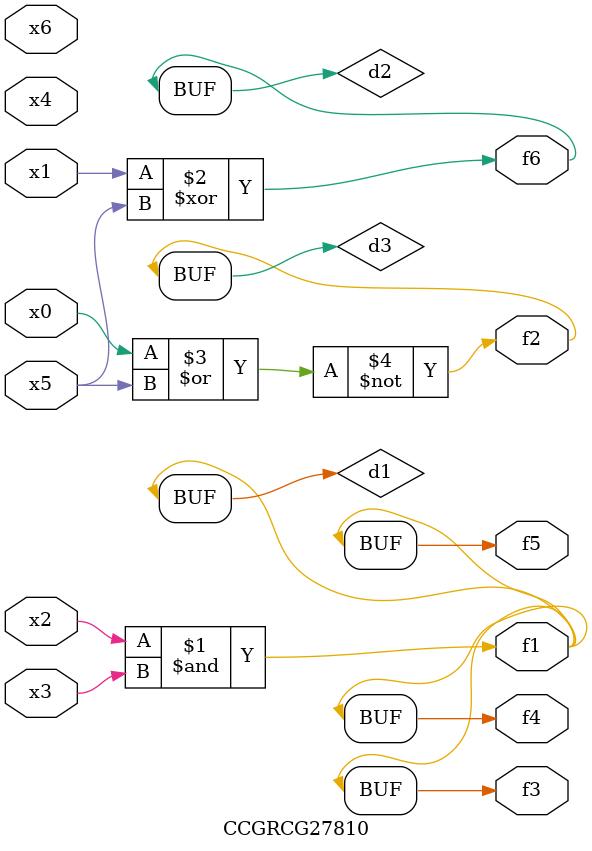
<source format=v>
module CCGRCG27810(
	input x0, x1, x2, x3, x4, x5, x6,
	output f1, f2, f3, f4, f5, f6
);

	wire d1, d2, d3;

	and (d1, x2, x3);
	xor (d2, x1, x5);
	nor (d3, x0, x5);
	assign f1 = d1;
	assign f2 = d3;
	assign f3 = d1;
	assign f4 = d1;
	assign f5 = d1;
	assign f6 = d2;
endmodule

</source>
